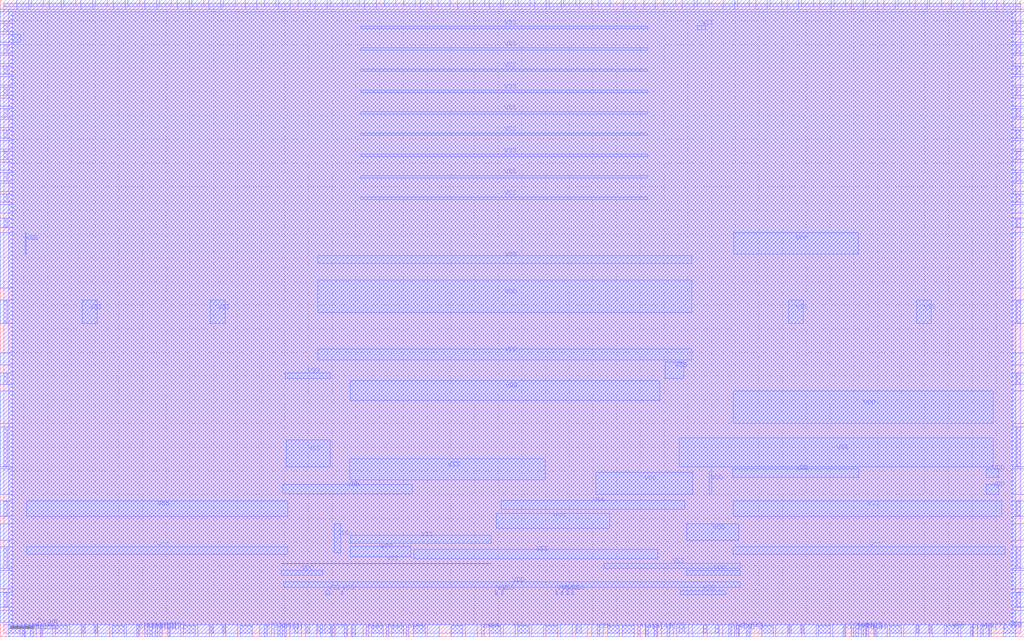
<source format=lef>
VERSION 5.7 ;
  NOWIREEXTENSIONATPIN ON ;
  DIVIDERCHAR "/" ;
  BUSBITCHARS "[]" ;
MACRO gf180mcu_fd_ip_sram__sram128x8m8wm1
  CLASS BLOCK ;
  FOREIGN gf180mcu_fd_ip_sram__sram128x8m8wm1 ;
  ORIGIN 0.000 0.000 ;
  SIZE 431.860 BY 268.880 ;
  SYMMETRY X Y R90 ;
  PIN A[6]
    DIRECTION INPUT ;
    USE SIGNAL ;
    ANTENNADIFFAREA 1.997600 ;
    PORT
      LAYER Metal2 ;
        RECT 268.860 0.000 269.980 5.000 ;
    END
  END A[6]
  PIN A[5]
    DIRECTION INPUT ;
    USE SIGNAL ;
    ANTENNADIFFAREA 1.997600 ;
    PORT
      LAYER Metal2 ;
        RECT 272.085 0.000 273.205 5.000 ;
    END
  END A[5]
  PIN A[4]
    DIRECTION INPUT ;
    USE SIGNAL ;
    ANTENNADIFFAREA 1.997600 ;
    PORT
      LAYER Metal2 ;
        RECT 275.820 0.000 276.940 5.000 ;
    END
  END A[4]
  PIN A[3]
    DIRECTION INPUT ;
    USE SIGNAL ;
    ANTENNADIFFAREA 1.997600 ;
    PORT
      LAYER Metal2 ;
        RECT 281.325 0.000 282.445 5.000 ;
    END
  END A[3]
  PIN A[2]
    DIRECTION INPUT ;
    USE SIGNAL ;
    ANTENNADIFFAREA 1.997600 ;
    PORT
      LAYER Metal2 ;
        RECT 154.295 0.000 155.415 5.000 ;
    END
  END A[2]
  PIN A[1]
    DIRECTION INPUT ;
    USE SIGNAL ;
    ANTENNADIFFAREA 1.997600 ;
    PORT
      LAYER Metal2 ;
        RECT 162.760 0.000 163.880 5.000 ;
    END
  END A[1]
  PIN A[0]
    DIRECTION INPUT ;
    USE SIGNAL ;
    ANTENNADIFFAREA 1.997600 ;
    PORT
      LAYER Metal2 ;
        RECT 171.215 0.000 172.335 5.000 ;
    END
  END A[0]
  PIN CEN
    DIRECTION INPUT ;
    USE SIGNAL ;
    ANTENNADIFFAREA 1.997600 ;
    PORT
      LAYER Metal2 ;
        RECT 251.710 0.000 252.830 5.000 ;
    END
  END CEN
  PIN CLK
    DIRECTION INPUT ;
    USE SIGNAL ;
    ANTENNAGATEAREA 44.706600 ;
    PORT
      LAYER Metal2 ;
        RECT 139.680 0.000 140.800 5.000 ;
    END
  END CLK
  PIN D[7]
    DIRECTION INPUT ;
    USE SIGNAL ;
    ANTENNAGATEAREA 1.152000 ;
    PORT
      LAYER Metal2 ;
        RECT 416.860 0.000 417.980 5.000 ;
    END
  END D[7]
  PIN D[6]
    DIRECTION INPUT ;
    USE SIGNAL ;
    ANTENNAGATEAREA 1.152000 ;
    PORT
      LAYER Metal2 ;
        RECT 365.150 0.000 366.270 5.000 ;
    END
  END D[6]
  PIN D[5]
    DIRECTION INPUT ;
    USE SIGNAL ;
    ANTENNAGATEAREA 1.152000 ;
    PORT
      LAYER Metal2 ;
        RECT 358.910 0.000 360.030 5.000 ;
    END
  END D[5]
  PIN D[4]
    DIRECTION INPUT ;
    USE SIGNAL ;
    ANTENNAGATEAREA 1.152000 ;
    PORT
      LAYER Metal2 ;
        RECT 307.235 0.000 308.355 5.000 ;
    END
  END D[4]
  PIN D[3]
    DIRECTION INPUT ;
    USE SIGNAL ;
    ANTENNAGATEAREA 1.152000 ;
    PORT
      LAYER Metal2 ;
        RECT 118.975 0.000 120.095 5.000 ;
    END
  END D[3]
  PIN D[2]
    DIRECTION INPUT ;
    USE SIGNAL ;
    ANTENNAGATEAREA 1.152000 ;
    PORT
      LAYER Metal2 ;
        RECT 67.270 0.000 68.390 5.000 ;
    END
  END D[2]
  PIN D[1]
    DIRECTION INPUT ;
    USE SIGNAL ;
    ANTENNAGATEAREA 1.152000 ;
    PORT
      LAYER Metal2 ;
        RECT 61.030 0.000 62.150 5.000 ;
    END
  END D[1]
  PIN D[0]
    DIRECTION INPUT ;
    USE SIGNAL ;
    ANTENNAGATEAREA 1.152000 ;
    PORT
      LAYER Metal2 ;
        RECT 9.320 0.000 10.440 5.000 ;
    END
  END D[0]
  PIN GWEN
    DIRECTION INPUT ;
    USE SIGNAL ;
    ANTENNAGATEAREA 14.466000 ;
    PORT
      LAYER Metal2 ;
        RECT 202.940 0.000 204.060 5.000 ;
    END
  END GWEN
  PIN Q[7]
    DIRECTION OUTPUT ;
    USE SIGNAL ;
    ANTENNADIFFAREA 11.328000 ;
    PORT
      LAYER Metal2 ;
        RECT 409.275 0.000 410.395 5.000 ;
    END
  END Q[7]
  PIN Q[6]
    DIRECTION OUTPUT ;
    USE SIGNAL ;
    ANTENNADIFFAREA 11.328000 ;
    PORT
      LAYER Metal2 ;
        RECT 368.515 0.000 369.635 5.000 ;
    END
  END Q[6]
  PIN Q[5]
    DIRECTION OUTPUT ;
    USE SIGNAL ;
    ANTENNADIFFAREA 11.328000 ;
    PORT
      LAYER Metal2 ;
        RECT 355.545 0.000 356.665 5.000 ;
    END
  END Q[5]
  PIN Q[4]
    DIRECTION OUTPUT ;
    USE SIGNAL ;
    ANTENNADIFFAREA 11.328000 ;
    PORT
      LAYER Metal2 ;
        RECT 314.790 0.000 315.910 5.000 ;
    END
  END Q[4]
  PIN Q[3]
    DIRECTION OUTPUT ;
    USE SIGNAL ;
    ANTENNADIFFAREA 11.328000 ;
    PORT
      LAYER Metal2 ;
        RECT 111.395 0.000 112.515 5.000 ;
    END
  END Q[3]
  PIN Q[2]
    DIRECTION OUTPUT ;
    USE SIGNAL ;
    ANTENNADIFFAREA 11.328000 ;
    PORT
      LAYER Metal2 ;
        RECT 70.635 0.000 71.755 5.000 ;
    END
  END Q[2]
  PIN Q[1]
    DIRECTION OUTPUT ;
    USE SIGNAL ;
    ANTENNADIFFAREA 11.328000 ;
    PORT
      LAYER Metal2 ;
        RECT 57.665 0.000 58.785 5.000 ;
    END
  END Q[1]
  PIN Q[0]
    DIRECTION OUTPUT ;
    USE SIGNAL ;
    ANTENNADIFFAREA 11.328000 ;
    PORT
      LAYER Metal2 ;
        RECT 16.900 0.000 18.020 5.000 ;
    END
  END Q[0]
  PIN VDD
    DIRECTION INOUT ;
    USE POWER ;
    PORT
      LAYER Metal2 ;
        RECT 3.530 263.880 428.330 264.880 ;
        RECT 3.530 5.000 5.000 263.880 ;
        RECT 426.860 5.000 428.330 263.880 ;
        RECT 3.530 1.410 8.530 5.000 ;
        RECT 133.860 1.410 136.070 5.000 ;
        RECT 423.330 1.410 428.330 5.000 ;
      LAYER Metal3 ;
        RECT 7.005 264.880 12.005 268.880 ;
        RECT 20.685 264.880 25.685 268.880 ;
        RECT 34.005 264.880 39.005 268.880 ;
        RECT 47.685 264.880 52.685 268.880 ;
        RECT 61.005 264.880 66.005 268.880 ;
        RECT 74.685 264.880 79.685 268.880 ;
        RECT 88.005 264.880 93.005 268.880 ;
        RECT 103.265 264.880 108.265 268.880 ;
        RECT 117.415 264.880 122.415 268.880 ;
        RECT 132.860 264.880 137.860 268.880 ;
        RECT 153.550 264.880 158.550 268.880 ;
        RECT 177.075 264.880 182.075 268.880 ;
        RECT 192.925 264.880 197.925 268.880 ;
        RECT 206.150 264.880 211.150 268.880 ;
        RECT 225.345 264.880 230.345 268.880 ;
        RECT 231.565 264.880 236.565 268.880 ;
        RECT 244.505 264.880 249.505 268.880 ;
        RECT 262.845 264.880 267.845 268.880 ;
        RECT 271.310 264.880 276.310 268.880 ;
        RECT 287.735 264.880 292.735 268.880 ;
        RECT 304.885 264.880 309.885 268.880 ;
        RECT 318.565 264.880 323.565 268.880 ;
        RECT 331.885 264.880 336.885 268.880 ;
        RECT 345.565 264.880 350.565 268.880 ;
        RECT 358.885 264.880 363.885 268.880 ;
        RECT 372.565 264.880 377.565 268.880 ;
        RECT 385.885 264.880 390.885 268.880 ;
        RECT 401.145 264.880 406.145 268.880 ;
        RECT 415.295 264.880 420.295 268.880 ;
        RECT 423.330 264.880 428.330 268.880 ;
        RECT 0.000 263.880 431.860 264.880 ;
        RECT 0.000 259.880 5.000 263.880 ;
        RECT 426.860 259.880 431.860 263.880 ;
        RECT 0.000 250.880 8.530 254.380 ;
        RECT 426.860 250.880 431.860 254.380 ;
        RECT 0.000 241.880 5.000 245.380 ;
        RECT 426.860 241.880 431.860 245.380 ;
        RECT 0.000 232.880 5.000 236.380 ;
        RECT 426.860 232.880 431.860 236.380 ;
        RECT 0.000 223.880 5.000 227.380 ;
        RECT 426.860 223.880 431.860 227.380 ;
        RECT 0.000 214.880 5.000 218.380 ;
        RECT 426.860 214.880 431.860 218.380 ;
        RECT 0.000 205.880 5.000 209.380 ;
        RECT 426.860 205.880 431.860 209.380 ;
        RECT 0.000 196.880 5.000 200.380 ;
        RECT 426.860 196.880 431.860 200.380 ;
        RECT 0.000 187.880 5.000 191.380 ;
        RECT 426.860 187.880 431.860 191.380 ;
        RECT 0.000 178.880 5.000 182.380 ;
        RECT 426.860 178.880 431.860 182.380 ;
        RECT 0.000 147.150 5.000 170.625 ;
        RECT 426.860 147.150 431.860 170.625 ;
        RECT 0.000 114.690 5.000 119.690 ;
        RECT 426.860 114.690 431.860 119.690 ;
        RECT 0.000 90.080 5.000 103.695 ;
        RECT 426.860 90.080 431.860 103.695 ;
        RECT 0.000 60.180 5.000 70.890 ;
        RECT 426.860 60.180 431.860 70.890 ;
        RECT 0.000 40.760 5.000 47.575 ;
        RECT 426.860 40.760 431.860 47.575 ;
        RECT 0.000 20.300 5.000 28.145 ;
        RECT 426.860 20.300 431.860 28.145 ;
        RECT 0.000 6.160 5.000 11.160 ;
        RECT 3.530 5.000 5.000 6.160 ;
        RECT 426.860 6.160 431.860 11.160 ;
        RECT 426.860 5.000 428.330 6.160 ;
        RECT 3.530 0.000 8.530 5.000 ;
        RECT 10.195 0.000 15.195 5.000 ;
        RECT 17.210 0.000 22.210 5.000 ;
        RECT 29.210 0.000 34.210 5.000 ;
        RECT 35.210 0.000 40.210 5.000 ;
        RECT 41.210 0.000 46.210 5.000 ;
        RECT 53.210 0.000 58.210 5.000 ;
        RECT 62.215 0.000 67.215 5.000 ;
        RECT 71.210 0.000 76.210 5.000 ;
        RECT 83.210 0.000 88.210 5.000 ;
        RECT 89.210 0.000 94.210 5.000 ;
        RECT 95.210 0.000 100.210 5.000 ;
        RECT 109.550 0.000 114.550 5.000 ;
        RECT 115.550 0.000 120.550 5.000 ;
        RECT 122.050 0.000 127.050 5.000 ;
        RECT 128.550 0.000 133.550 5.000 ;
        RECT 135.050 0.000 140.050 5.000 ;
        RECT 141.550 0.000 146.550 5.000 ;
        RECT 148.050 0.000 153.050 5.000 ;
        RECT 180.155 0.000 185.155 5.000 ;
        RECT 196.140 0.000 201.140 5.000 ;
        RECT 212.165 0.000 217.165 5.000 ;
        RECT 224.165 0.000 229.165 5.000 ;
        RECT 236.165 0.000 241.165 5.000 ;
        RECT 242.830 0.000 247.830 5.000 ;
        RECT 249.380 0.000 254.380 5.000 ;
        RECT 272.290 0.000 277.290 5.000 ;
        RECT 278.790 0.000 283.790 5.000 ;
        RECT 285.290 0.000 290.290 5.000 ;
        RECT 291.790 0.000 296.790 5.000 ;
        RECT 298.290 0.000 303.290 5.000 ;
        RECT 304.790 0.000 309.790 5.000 ;
        RECT 311.475 0.000 316.475 5.000 ;
        RECT 327.090 0.000 332.090 5.000 ;
        RECT 333.090 0.000 338.090 5.000 ;
        RECT 339.090 0.000 344.090 5.000 ;
        RECT 351.090 0.000 356.090 5.000 ;
        RECT 360.085 0.000 365.085 5.000 ;
        RECT 369.090 0.000 374.090 5.000 ;
        RECT 381.090 0.000 386.090 5.000 ;
        RECT 387.090 0.000 392.090 5.000 ;
        RECT 393.090 0.000 398.090 5.000 ;
        RECT 405.090 0.000 410.090 5.000 ;
        RECT 412.095 0.000 417.095 5.000 ;
        RECT 423.330 0.000 428.330 5.000 ;
    END
    PORT
      LAYER Metal3 ;
        RECT 140.890 35.420 143.645 47.580 ;
    END
    PORT
      LAYER Metal3 ;
        RECT 147.685 33.720 173.110 38.260 ;
    END
    PORT
      LAYER Metal3 ;
        RECT 10.475 161.575 10.940 170.630 ;
    END
    PORT
      LAYER Metal3 ;
        RECT 133.860 157.430 291.755 160.995 ;
    END
    PORT
      LAYER Metal3 ;
        RECT 133.860 136.910 291.755 150.525 ;
    END
    PORT
      LAYER Metal3 ;
        RECT 309.265 161.575 361.915 170.625 ;
    END
    PORT
      LAYER Metal3 ;
        RECT 133.850 116.850 291.740 121.390 ;
    END
    PORT
      LAYER Metal3 ;
        RECT 147.565 99.845 278.225 108.125 ;
    END
    PORT
      LAYER Metal3 ;
        RECT 309.125 90.075 418.815 103.695 ;
    END
    PORT
      LAYER Metal3 ;
        RECT 119.105 60.230 173.805 64.235 ;
    END
    PORT
      LAYER Metal3 ;
        RECT 251.140 60.175 292.105 69.330 ;
    END
    PORT
      LAYER Metal3 ;
        RECT 299.130 60.175 300.130 70.085 ;
    END
    PORT
      LAYER Metal3 ;
        RECT 309.035 67.305 362.145 70.890 ;
    END
    PORT
      LAYER Metal3 ;
        RECT 415.845 60.175 421.105 64.235 ;
    END
    PORT
      LAYER Metal3 ;
        RECT 415.845 67.305 421.105 70.895 ;
    END
    PORT
      LAYER Metal3 ;
        RECT 289.545 40.770 311.390 47.580 ;
    END
    PORT
      LAYER Metal3 ;
        RECT 118.435 25.875 136.070 28.150 ;
    END
    PORT
      LAYER Metal3 ;
        RECT 119.545 20.830 312.145 23.095 ;
    END
    PORT
      LAYER Metal3 ;
        RECT 289.545 25.875 312.145 28.150 ;
    END
  END VDD
  PIN VSS
    DIRECTION INOUT ;
    USE GROUND ;
    PORT
      LAYER Metal1 ;
        RECT 1.410 263.880 430.450 267.470 ;
        RECT 1.410 5.000 5.000 263.880 ;
        RECT 426.860 5.000 430.450 263.880 ;
        RECT 1.410 1.410 430.450 5.000 ;
      LAYER Metal2 ;
        RECT 1.410 265.840 430.450 267.470 ;
        RECT 1.410 255.390 3.030 258.870 ;
        RECT 428.830 255.390 430.450 258.870 ;
        RECT 1.410 246.390 3.030 249.870 ;
        RECT 428.830 246.390 430.450 249.870 ;
        RECT 1.410 237.390 3.030 240.870 ;
        RECT 428.830 237.390 430.450 240.870 ;
        RECT 1.410 228.390 3.030 231.870 ;
        RECT 428.830 228.390 430.450 231.870 ;
        RECT 1.410 219.390 3.030 222.870 ;
        RECT 428.830 219.390 430.450 222.870 ;
        RECT 1.410 210.390 3.030 213.870 ;
        RECT 428.830 210.390 430.450 213.870 ;
        RECT 1.410 201.390 3.030 204.870 ;
        RECT 428.830 201.390 430.450 204.870 ;
        RECT 1.410 192.390 3.030 195.870 ;
        RECT 428.830 192.390 430.450 195.870 ;
        RECT 1.410 183.390 3.030 186.870 ;
        RECT 428.830 183.390 430.450 186.870 ;
        RECT 1.410 172.890 3.030 176.370 ;
        RECT 428.830 172.890 430.450 176.370 ;
        RECT 1.410 132.690 3.030 141.750 ;
        RECT 428.830 132.690 430.450 141.750 ;
        RECT 1.410 106.555 3.030 111.275 ;
        RECT 428.830 106.555 430.450 111.275 ;
        RECT 1.410 71.990 3.030 88.490 ;
        RECT 428.830 71.990 430.450 88.490 ;
        RECT 1.410 51.135 3.030 57.095 ;
        RECT 428.830 51.135 430.450 57.095 ;
        RECT 1.410 28.855 3.030 37.915 ;
        RECT 428.830 28.855 430.450 37.915 ;
        RECT 1.410 12.635 3.030 18.595 ;
        RECT 428.830 12.635 430.450 18.595 ;
        RECT 23.210 1.410 28.210 5.000 ;
        RECT 34.635 1.410 35.755 5.000 ;
        RECT 39.730 1.410 40.850 5.000 ;
        RECT 47.210 1.410 52.210 5.000 ;
        RECT 77.210 1.410 82.210 5.000 ;
        RECT 88.635 1.410 89.755 5.000 ;
        RECT 93.730 1.410 94.850 5.000 ;
        RECT 101.210 1.410 106.210 5.000 ;
        RECT 124.280 1.410 125.400 5.000 ;
        RECT 129.365 1.410 130.485 5.000 ;
        RECT 136.935 1.410 139.145 5.000 ;
        RECT 145.030 0.000 146.150 5.000 ;
        RECT 148.525 0.000 149.645 5.000 ;
        RECT 156.620 1.410 161.620 5.000 ;
        RECT 165.110 1.410 170.110 5.000 ;
        RECT 174.155 1.410 179.155 5.000 ;
        RECT 190.140 1.410 195.140 5.000 ;
        RECT 206.165 1.410 211.165 5.000 ;
        RECT 218.165 1.410 223.165 5.000 ;
        RECT 230.165 1.410 235.165 5.000 ;
        RECT 243.220 1.410 244.985 5.000 ;
        RECT 256.165 1.410 261.165 5.000 ;
        RECT 262.390 1.410 267.390 5.000 ;
        RECT 286.475 1.410 288.685 5.000 ;
        RECT 296.565 1.410 297.685 5.000 ;
        RECT 301.650 1.410 302.770 5.000 ;
        RECT 321.090 1.410 326.090 5.000 ;
        RECT 332.515 1.410 333.635 5.000 ;
        RECT 337.610 1.410 338.730 5.000 ;
        RECT 345.090 1.410 350.090 5.000 ;
        RECT 375.090 1.410 380.090 5.000 ;
        RECT 386.515 1.410 387.635 5.000 ;
        RECT 391.610 1.410 392.730 5.000 ;
        RECT 399.090 1.410 404.090 5.000 ;
      LAYER Metal3 ;
        RECT 13.130 265.840 18.130 268.880 ;
        RECT 26.810 265.840 31.810 268.880 ;
        RECT 40.130 265.840 45.130 268.880 ;
        RECT 53.810 265.840 58.810 268.880 ;
        RECT 67.130 265.840 72.130 268.880 ;
        RECT 80.810 265.840 85.810 268.880 ;
        RECT 94.130 265.840 99.130 268.880 ;
        RECT 111.290 265.840 116.290 268.880 ;
        RECT 125.790 265.840 130.790 268.880 ;
        RECT 139.385 265.840 144.385 268.880 ;
        RECT 146.365 265.840 151.365 268.880 ;
        RECT 161.905 265.840 166.905 268.880 ;
        RECT 170.120 265.840 175.120 268.880 ;
        RECT 184.740 265.840 189.740 268.880 ;
        RECT 199.410 265.840 204.410 268.880 ;
        RECT 212.150 265.840 217.150 268.880 ;
        RECT 218.565 265.840 223.565 268.880 ;
        RECT 237.690 265.840 242.690 268.880 ;
        RECT 252.325 265.840 257.325 268.880 ;
        RECT 279.950 265.840 284.950 268.880 ;
        RECT 293.955 265.840 298.955 268.880 ;
        RECT 311.010 265.840 316.010 268.880 ;
        RECT 324.690 265.840 329.690 268.880 ;
        RECT 338.010 265.840 343.010 268.880 ;
        RECT 351.690 265.840 356.690 268.880 ;
        RECT 365.010 265.840 370.010 268.880 ;
        RECT 378.690 265.840 383.690 268.880 ;
        RECT 392.010 265.840 397.010 268.880 ;
        RECT 409.170 265.840 414.170 268.880 ;
        RECT 0.000 255.380 5.000 258.880 ;
        RECT 426.860 255.380 431.860 258.880 ;
        RECT 0.000 246.380 5.000 249.880 ;
        RECT 426.860 246.380 431.860 249.880 ;
        RECT 0.000 237.380 5.000 240.880 ;
        RECT 426.860 237.380 431.860 240.880 ;
        RECT 0.000 228.380 5.000 231.880 ;
        RECT 426.860 228.380 431.860 231.880 ;
        RECT 0.000 219.380 5.000 222.880 ;
        RECT 426.860 219.380 431.860 222.880 ;
        RECT 0.000 210.380 5.000 213.880 ;
        RECT 426.860 210.380 431.860 213.880 ;
        RECT 0.000 201.380 5.000 204.880 ;
        RECT 426.860 201.380 431.860 204.880 ;
        RECT 0.000 192.380 5.000 195.880 ;
        RECT 426.860 192.380 431.860 195.880 ;
        RECT 0.000 183.380 5.000 186.880 ;
        RECT 426.860 183.380 431.860 186.880 ;
        RECT 0.000 172.680 5.000 176.630 ;
        RECT 426.860 172.680 431.860 176.630 ;
        RECT 0.000 132.175 5.000 142.080 ;
        RECT 426.860 132.175 431.860 142.080 ;
        RECT 0.000 106.410 5.000 111.410 ;
        RECT 426.860 106.410 431.860 111.410 ;
        RECT 0.000 71.640 5.000 88.650 ;
        RECT 426.860 71.640 431.860 88.650 ;
        RECT 0.000 50.880 5.000 57.465 ;
        RECT 426.860 50.880 431.860 57.465 ;
        RECT 0.000 28.830 5.000 37.980 ;
        RECT 426.860 28.830 431.860 37.980 ;
        RECT 0.000 12.510 5.000 18.860 ;
        RECT 426.860 12.510 431.860 18.860 ;
        RECT 23.210 0.000 28.210 4.660 ;
        RECT 47.210 0.000 52.210 4.660 ;
        RECT 77.210 0.000 82.210 4.660 ;
        RECT 101.210 0.000 106.210 4.660 ;
        RECT 156.620 0.000 161.620 4.660 ;
        RECT 165.110 0.000 170.110 4.660 ;
        RECT 174.155 0.000 179.155 4.660 ;
        RECT 190.140 0.000 195.140 4.660 ;
        RECT 206.165 0.000 211.165 4.660 ;
        RECT 218.165 0.000 223.165 4.660 ;
        RECT 230.165 0.000 235.165 4.660 ;
        RECT 256.165 0.000 261.165 4.660 ;
        RECT 262.390 0.000 267.390 4.660 ;
        RECT 321.090 0.000 326.090 4.660 ;
        RECT 345.090 0.000 350.090 4.660 ;
        RECT 375.090 0.000 380.090 4.660 ;
        RECT 399.090 0.000 404.090 4.660 ;
    END
    PORT
      LAYER Metal3 ;
        RECT 34.605 132.170 40.815 142.080 ;
    END
    PORT
      LAYER Metal3 ;
        RECT 88.605 132.170 94.815 142.080 ;
    END
    PORT
      LAYER Metal3 ;
        RECT 11.245 50.870 121.250 57.455 ;
    END
    PORT
      LAYER Metal3 ;
        RECT 152.010 256.630 273.110 257.640 ;
    END
    PORT
      LAYER Metal3 ;
        RECT 293.955 256.290 297.585 257.955 ;
    END
    PORT
      LAYER Metal3 ;
        RECT 152.015 247.630 273.110 248.640 ;
    END
    PORT
      LAYER Metal3 ;
        RECT 152.015 238.630 273.110 239.640 ;
    END
    PORT
      LAYER Metal3 ;
        RECT 152.015 229.630 273.110 230.640 ;
    END
    PORT
      LAYER Metal3 ;
        RECT 152.015 220.630 273.110 221.640 ;
    END
    PORT
      LAYER Metal3 ;
        RECT 152.015 211.630 273.110 212.640 ;
    END
    PORT
      LAYER Metal3 ;
        RECT 152.015 202.630 273.110 203.640 ;
    END
    PORT
      LAYER Metal3 ;
        RECT 152.015 193.630 273.110 194.640 ;
    END
    PORT
      LAYER Metal3 ;
        RECT 152.015 184.630 273.110 185.640 ;
    END
    PORT
      LAYER Metal3 ;
        RECT 332.485 132.170 338.695 142.080 ;
    END
    PORT
      LAYER Metal3 ;
        RECT 386.485 132.170 392.695 142.080 ;
    END
    PORT
      LAYER Metal3 ;
        RECT 120.180 109.130 139.130 111.410 ;
    END
    PORT
      LAYER Metal3 ;
        RECT 280.390 109.130 288.385 115.995 ;
    END
    PORT
      LAYER Metal3 ;
        RECT 120.555 71.645 139.140 82.990 ;
    END
    PORT
      LAYER Metal3 ;
        RECT 147.390 66.215 229.885 75.075 ;
    END
    PORT
      LAYER Metal3 ;
        RECT 286.475 71.635 418.815 83.920 ;
    END
    PORT
      LAYER Metal3 ;
        RECT 211.305 53.700 288.680 57.635 ;
    END
    PORT
      LAYER Metal3 ;
        RECT 309.125 50.865 422.410 57.465 ;
    END
    PORT
      LAYER Metal3 ;
        RECT 11.245 34.900 121.250 37.975 ;
    END
    PORT
      LAYER Metal3 ;
        RECT 118.435 30.885 206.985 30.995 ;
    END
    PORT
      LAYER Metal3 ;
        RECT 147.565 39.500 206.985 42.910 ;
    END
    PORT
      LAYER Metal3 ;
        RECT 174.300 32.960 277.410 36.960 ;
    END
    PORT
      LAYER Metal3 ;
        RECT 209.285 45.825 257.150 52.100 ;
    END
    PORT
      LAYER Metal3 ;
        RECT 254.610 28.830 312.145 30.995 ;
    END
    PORT
      LAYER Metal3 ;
        RECT 309.125 34.900 423.935 37.975 ;
    END
    PORT
      LAYER Metal3 ;
        RECT 137.190 17.620 138.890 19.380 ;
    END
    PORT
      LAYER Metal3 ;
        RECT 143.820 17.620 144.470 19.380 ;
    END
    PORT
      LAYER Metal3 ;
        RECT 208.870 17.620 209.520 19.380 ;
    END
    PORT
      LAYER Metal3 ;
        RECT 211.495 17.620 212.145 19.380 ;
    END
    PORT
      LAYER Metal3 ;
        RECT 234.365 17.620 235.015 19.380 ;
    END
    PORT
      LAYER Metal3 ;
        RECT 236.605 17.620 237.255 19.380 ;
    END
    PORT
      LAYER Metal3 ;
        RECT 238.845 17.620 239.495 19.380 ;
    END
    PORT
      LAYER Metal3 ;
        RECT 241.085 17.620 241.735 19.380 ;
    END
    PORT
      LAYER Metal3 ;
        RECT 286.725 17.620 306.075 19.380 ;
    END
  END VSS
  PIN WEN[7]
    DIRECTION INPUT ;
    USE SIGNAL ;
    ANTENNAGATEAREA 1.938000 ;
    PORT
      LAYER Metal2 ;
        RECT 413.475 0.000 414.595 5.000 ;
    END
  END WEN[7]
  PIN WEN[6]
    DIRECTION INPUT ;
    USE SIGNAL ;
    ANTENNAGATEAREA 1.938000 ;
    PORT
      LAYER Metal2 ;
        RECT 363.150 0.000 364.270 5.000 ;
    END
  END WEN[6]
  PIN WEN[5]
    DIRECTION INPUT ;
    USE SIGNAL ;
    ANTENNAGATEAREA 1.938000 ;
    PORT
      LAYER Metal2 ;
        RECT 360.900 0.000 362.020 5.000 ;
    END
  END WEN[5]
  PIN WEN[4]
    DIRECTION INPUT ;
    USE SIGNAL ;
    ANTENNAGATEAREA 1.938000 ;
    PORT
      LAYER Metal2 ;
        RECT 310.575 0.000 311.695 5.000 ;
    END
  END WEN[4]
  PIN WEN[3]
    DIRECTION INPUT ;
    USE SIGNAL ;
    ANTENNAGATEAREA 1.938000 ;
    PORT
      LAYER Metal2 ;
        RECT 117.020 0.000 118.140 5.000 ;
    END
  END WEN[3]
  PIN WEN[2]
    DIRECTION INPUT ;
    USE SIGNAL ;
    ANTENNAGATEAREA 1.938000 ;
    PORT
      LAYER Metal2 ;
        RECT 65.270 0.000 66.390 5.000 ;
    END
  END WEN[2]
  PIN WEN[1]
    DIRECTION INPUT ;
    USE SIGNAL ;
    ANTENNAGATEAREA 1.938000 ;
    PORT
      LAYER Metal2 ;
        RECT 63.020 0.000 64.140 5.000 ;
    END
  END WEN[1]
  PIN WEN[0]
    DIRECTION INPUT ;
    USE SIGNAL ;
    ANTENNAGATEAREA 1.938000 ;
    PORT
      LAYER Metal2 ;
        RECT 12.695 0.000 13.815 5.000 ;
    END
  END WEN[0]
  OBS
      LAYER Metal1 ;
        RECT 5.000 5.000 426.860 263.880 ;
      LAYER Metal2 ;
        RECT 5.000 5.000 426.860 263.880 ;
      LAYER Metal3 ;
        RECT 5.000 5.000 426.860 263.880 ;
  END
END gf180mcu_fd_ip_sram__sram128x8m8wm1
END LIBRARY


</source>
